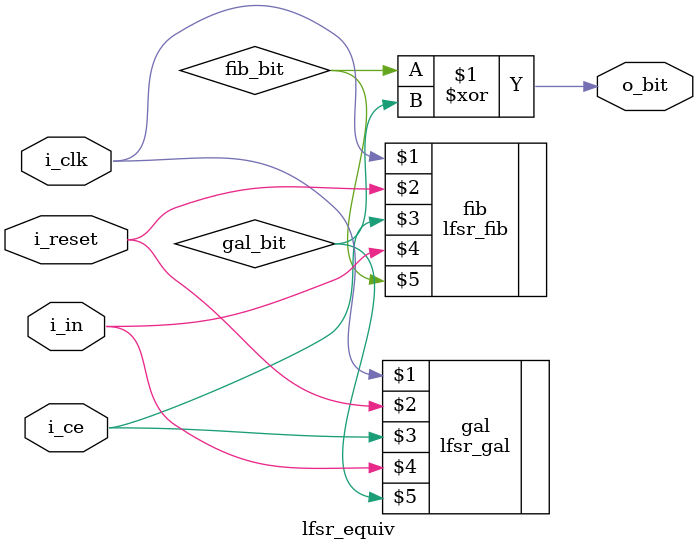
<source format=v>
/*******************************************************************************
/*
/* Filename: 	lfsr_equiv.v
/* 
/* Project:	A set of Yosys Formal Verification exercises
/*
/* Purpose:	This is a formal proof that the two types of LRS's, Fibonacci
/*		and Galois, are equivalent expressions of the same underlying
/*	function.
/*
/* To prove:
/*
/*	1. That nothing changes as long as CE is low
/*
/*	2. That the outputs of the two LFSR's are identical, and hence the
/*		output, o_data, will be forever zero.
/*
/*
/* Creator:	Dan Gisselquist, Ph.D.
/*		Gisselquist Technology, LLC
/*
/*******************************************************************************
/*
/* Copyright (C) 2017-2021, Gisselquist Technology, LLC
/* 
/* This program is free software (firmware): you can redistribute it and/or
/* modify it under the terms of the GNU General Public License as published
/* by the Free Software Foundation, either version 3 of the License, or (at
/* your option) any later version.
/*
/* This program is distributed in the hope that it will be useful, but WITHOUT
/* ANY WARRANTY; without even the implied warranty of MERCHANTIBILITY or
/* FITNESS FOR A PARTICULAR PURPOSE.  See the GNU General Public License
/* for more details.
/*
/* You should have received a copy of the GNU General Public License along
/* with this program.  (It's in the $(ROOT)/doc directory.  Run make with no
/* target there if the PDF file isn't present.)  If not, see
/* <http://www.gnu.org/licenses/> for a copy.
/*
/* License:	GPL, v3, as defined and found on www.gnu.org,
/*		http://www.gnu.org/licenses/gpl.html
/*
/******************************************************************************/
`default_nettype	none

module	lfsr_equiv #(
		parameter			LN=8,
		parameter	[(LN-1):0]	FIB_TAPS = 8'h2d,
		parameter	[(LN-1):0]	INITIAL_FILL = (1<<(LN-1)),
		localparam	[(LN-1):0]	GAL_TAPS = 8'hb4
	) (
		input	wire	i_clk, i_reset, i_ce, i_in,
		output	wire	o_bit
	);

	wire	fib_bit, gal_bit;

	lfsr_fib #(.LN(LN), .TAPS(FIB_TAPS), .INITIAL_FILL(INITIAL_FILL))
		fib(i_clk, i_reset, i_ce, i_in, fib_bit);

	lfsr_gal #(.LN(LN), .TAPS(GAL_TAPS), .INITIAL_FILL(INITIAL_FILL))
		gal(i_clk, i_reset, i_ce, i_in, gal_bit);

	assign	o_bit = fib_bit ^ gal_bit;

`ifdef	FORMAL

	// f_past_valid
	reg	f_past_valid;
	initial	f_past_valid = 1'b0;
	always @(posedge i_clk)
		f_past_valid <= 1'b1;

	//  1. Prove that nothing changes as long as CE is low
	always @(posedge i_clk) begin
		if((f_past_valid)&&($past(f_past_valid))&&(!i_reset)&&(!$past(i_reset))&&(!i_ce)&&(!$past(i_ce))) begin
			assert(fib_bit == $past(fib_bit));
			assert(gal_bit == $past(gal_bit));
			assert(o_bit == $past(o_bit));
		end
	end
	//  2. Prove that the outputs of the two LFSR's are identical, 
	// and hence the output, o_data, will be forever zero.
	always @(posedge i_clk)
		if((f_past_valid)&&($past(f_past_valid))&&(!i_reset)&&(!$past(i_reset))&&(!i_ce)&&(!$past(i_ce)))
			assert(fib_bit == gal_bit);
	always @(*) begin
		assume(!i_ce);
		assume(!i_reset);
		if((f_past_valid)&&(!i_reset)&&(fib_bit == gal_bit))
			assert(!o_bit);
	end
`endif
endmodule

</source>
